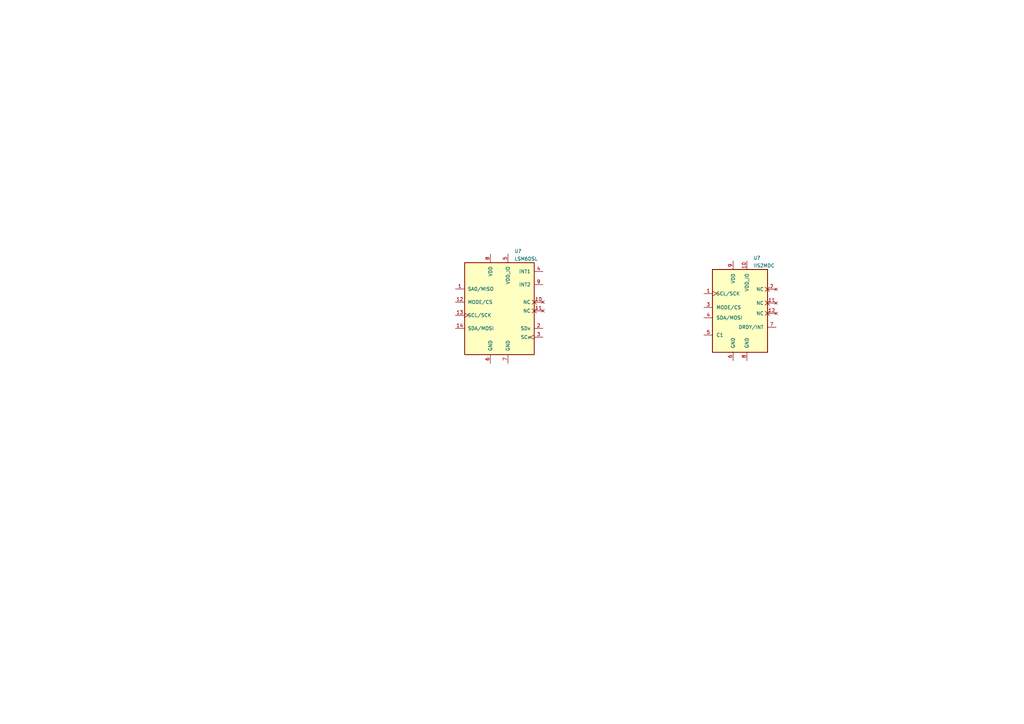
<source format=kicad_sch>
(kicad_sch (version 20211123) (generator eeschema)
  (paper "A4")
  (lib_symbols
    (symbol "TCY_sensors:IIS2MDC" (pin_names (offset 1))
      (property "Reference" "U" (at -8 16 0))
      (property "Value" "IIS2MDC" (at -8 13 0))
      (symbol "IIS2MDC_0_1"
        (rectangle (start 8 -12) (end -8 12) (stroke (width 0.254)) (fill (type background)))
      )
      (symbol "IIS2MDC_1_1"
        (pin input clock (at -10.46 5 0) (length 2.54) (name "SCL/SCK") (number "1"))
        (pin power_in line (at 2 14.46 270) (length 2.54) (name "VDD_IO") (number "10"))
        (pin no_connect non_logic (at 10.46 2.27 180) (length 2.54) (name "NC") (number "11"))
        (pin no_connect non_logic (at 10.46 -0.73 180) (length 2.54) (name "NC") (number "12"))
        (pin no_connect non_logic (at 10.46 6.27 180) (length 2.54) (name "NC") (number "2"))
        (pin input line (at -10.46 1 0) (length 2.54) (name "MODE/CS") (number "3"))
        (pin bidirectional line (at -10.46 -2 0) (length 2.54) (name "SDA/MOSI") (number "4"))
        (pin input line (at -10.46 -7 0) (length 2.54) (name "C1") (number "5"))
        (pin passive line (at -2 -14.46 90) (length 2.54) (name "GND") (number "6"))
        (pin output line (at 10.46 -4.73 180) (length 2.54) (name "DRDY/INT") (number "7"))
        (pin passive line (at 2 -14.46 90) (length 2.54) (name "GND") (number "8"))
        (pin power_in line (at -2 14.46 270) (length 2.54) (name "VDD") (number "9"))
      )
    )
    (symbol "TCY_sensors:LSM6DSL" (pin_names (offset 1))
      (property "Reference" "U" (at -10 17 0))
      (property "Value" "LSM6DSL" (at -10 15 0))
      (symbol "LSM6DSL_0_1"
        (rectangle (start -10 12.7) (end 10.16 -13.97) (stroke (width 0.254)) (fill (type background)))
      )
      (symbol "LSM6DSL_1_1"
        (pin bidirectional line (at -12.7 5.08 0) (length 2.54) (name "SA0/MISO") (number "1"))
        (pin no_connect non_logic (at 12.7 1.27 180) (length 2.54) (name "NC") (number "10"))
        (pin no_connect non_logic (at 12.7 -1.27 180) (length 2.54) (name "NC") (number "11"))
        (pin input line (at -12.7 1.27 0) (length 2.54) (name "MODE/CS") (number "12"))
        (pin input clock (at -12.7 -2.54 0) (length 2.54) (name "SCL/SCK") (number "13"))
        (pin bidirectional line (at -12.7 -6.35 0) (length 2.54) (name "SDA/MOSI") (number "14"))
        (pin bidirectional line (at 12.7 -6.35 180) (length 2.54) (name "SDx") (number "2"))
        (pin output clock (at 12.7 -8.89 180) (length 2.54) (name "SCx") (number "3"))
        (pin output line (at 12.7 10.16 180) (length 2.54) (name "INT1") (number "4"))
        (pin power_in line (at 2.54 15.24 270) (length 2.54) (name "VDD_IO") (number "5"))
        (pin passive line (at -2.54 -16.51 90) (length 2.54) (name "GND") (number "6"))
        (pin passive line (at 2.54 -16.51 90) (length 2.54) (name "GND") (number "7"))
        (pin power_in line (at -2.54 15.24 270) (length 2.54) (name "VDD") (number "8"))
        (pin output line (at 12.7 6.35 180) (length 2.54) (name "INT2") (number "9"))
      )
    )
  )
  (symbol (lib_id "TCY_sensors:LSM6DSL") (at 144.78 88.9 0) (unit 1)
    (property "Reference" "U?" (at 149.1909 72.8339 0) (effects (font (size 1 1)) (justify left)))
    (property "Value" "LSM6DSL" (at 149.1909 75.0729 0) (effects (font (size 1 1)) (justify left)))
    (property "Footprint" "Package_LGA:LGA-14_3x2.5mm_P0.5mm_LayoutBorder3x4y" (effects hide))
    (property "Datasheet" "https://www.st.com/resource/en/datasheet/lsm6dsl.pdf" (effects hide))
  )
  (symbol (lib_id "TCY_sensors:IIS2MDC") (at 214.63 90.17 0) (unit 1)
    (property "Reference" "U?" (at 218.5009 74.8039 0) (effects (font (size 1 1)) (justify left)))
    (property "Value" "IIS2MDC" (at 218.5009 77.0429 0) (effects (font (size 1 1)) (justify left)))
    (property "Footprint" "Package_LGA:LGA-12_2x2mm_P0.5mm" (effects hide))
    (property "Datasheet" "https://www.st.com/resource/en/datasheet/iis2mdc.pdf" (effects hide))
  )
)
</source>
